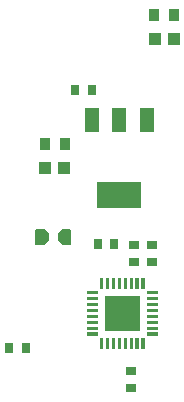
<source format=gtp>
G04 Layer: TopPasteMaskLayer*
G04 EasyEDA v6.5.34, 2023-09-11 23:55:01*
G04 0142af5b8bed46c8af125076436406b4,5a6b42c53f6a479593ecc07194224c93,10*
G04 Gerber Generator version 0.2*
G04 Scale: 100 percent, Rotated: No, Reflected: No *
G04 Dimensions in millimeters *
G04 leading zeros omitted , absolute positions ,4 integer and 5 decimal *
%FSLAX45Y45*%
%MOMM*%

%ADD10R,0.8000X0.9000*%
%ADD11R,0.8999X1.0000*%
%ADD12R,1.0000X1.1000*%
%ADD13R,3.8000X2.3000*%
%ADD14R,1.2000X2.0000*%
%ADD15R,0.9000X0.8000*%

%LPD*%
G36*
X3146044Y3764534D02*
G01*
X3136036Y3754526D01*
X3136036Y3636822D01*
X3146044Y3626865D01*
X3214776Y3626865D01*
X3253282Y3673652D01*
X3253282Y3717747D01*
X3214776Y3764534D01*
G37*
G36*
X3363823Y3764534D02*
G01*
X3325317Y3717747D01*
X3325317Y3673652D01*
X3363823Y3626865D01*
X3432556Y3626865D01*
X3442563Y3636822D01*
X3442563Y3754526D01*
X3432556Y3764534D01*
G37*
G36*
X3725519Y3196031D02*
G01*
X3725519Y2900019D01*
X4021531Y2900019D01*
X4021531Y3196031D01*
G37*
G36*
X3684473Y2837992D02*
G01*
X3684473Y2747975D01*
X3712464Y2747975D01*
X3712464Y2837992D01*
G37*
G36*
X3734511Y2837992D02*
G01*
X3734511Y2747975D01*
X3762501Y2747975D01*
X3762501Y2837992D01*
G37*
G36*
X3784549Y2837992D02*
G01*
X3784549Y2747975D01*
X3812540Y2747975D01*
X3812540Y2837992D01*
G37*
G36*
X3834587Y2837992D02*
G01*
X3834587Y2747975D01*
X3862578Y2747975D01*
X3862578Y2837992D01*
G37*
G36*
X3884371Y2837992D02*
G01*
X3884371Y2747975D01*
X3912362Y2747975D01*
X3912362Y2837992D01*
G37*
G36*
X3934409Y2837992D02*
G01*
X3934409Y2747975D01*
X3962400Y2747975D01*
X3962400Y2837992D01*
G37*
G36*
X3984447Y2837992D02*
G01*
X3984447Y2747975D01*
X4012437Y2747975D01*
X4012437Y2837992D01*
G37*
G36*
X4034485Y2837992D02*
G01*
X4034485Y2747975D01*
X4062476Y2747975D01*
X4062476Y2837992D01*
G37*
G36*
X4034485Y3348024D02*
G01*
X4034485Y3258007D01*
X4062476Y3258007D01*
X4062476Y3348024D01*
G37*
G36*
X3984447Y3348024D02*
G01*
X3984447Y3258007D01*
X4012437Y3258007D01*
X4012437Y3348024D01*
G37*
G36*
X3934409Y3348024D02*
G01*
X3934409Y3258007D01*
X3962400Y3258007D01*
X3962400Y3348024D01*
G37*
G36*
X3884371Y3348024D02*
G01*
X3884371Y3258007D01*
X3912362Y3258007D01*
X3912362Y3348024D01*
G37*
G36*
X3834587Y3348024D02*
G01*
X3834587Y3258007D01*
X3862578Y3258007D01*
X3862578Y3348024D01*
G37*
G36*
X3784549Y3348024D02*
G01*
X3784549Y3258007D01*
X3812540Y3258007D01*
X3812540Y3348024D01*
G37*
G36*
X3734511Y3348024D02*
G01*
X3734511Y3258007D01*
X3762501Y3258007D01*
X3762501Y3348024D01*
G37*
G36*
X3684473Y3348024D02*
G01*
X3684473Y3258007D01*
X3712464Y3258007D01*
X3712464Y3348024D01*
G37*
G36*
X4083507Y3236976D02*
G01*
X4083507Y3208985D01*
X4173474Y3208985D01*
X4173474Y3236976D01*
G37*
G36*
X4083507Y3186938D02*
G01*
X4083507Y3158947D01*
X4173474Y3158947D01*
X4173474Y3186938D01*
G37*
G36*
X4083507Y3136900D02*
G01*
X4083507Y3108909D01*
X4173474Y3108909D01*
X4173474Y3136900D01*
G37*
G36*
X4083507Y3086862D02*
G01*
X4083507Y3058871D01*
X4173474Y3058871D01*
X4173474Y3086862D01*
G37*
G36*
X4083507Y3037078D02*
G01*
X4083507Y3009087D01*
X4173474Y3009087D01*
X4173474Y3037078D01*
G37*
G36*
X4083507Y2987040D02*
G01*
X4083507Y2959049D01*
X4173474Y2959049D01*
X4173474Y2987040D01*
G37*
G36*
X4083507Y2937002D02*
G01*
X4083507Y2909011D01*
X4173474Y2909011D01*
X4173474Y2937002D01*
G37*
G36*
X4083507Y2886964D02*
G01*
X4083507Y2858973D01*
X4173474Y2858973D01*
X4173474Y2886964D01*
G37*
G36*
X3573475Y3236976D02*
G01*
X3573475Y3208985D01*
X3663442Y3208985D01*
X3663442Y3236976D01*
G37*
G36*
X3573475Y3186938D02*
G01*
X3573475Y3158947D01*
X3663442Y3158947D01*
X3663442Y3186938D01*
G37*
G36*
X3573475Y3136900D02*
G01*
X3573475Y3108909D01*
X3663442Y3108909D01*
X3663442Y3136900D01*
G37*
G36*
X3573475Y3086862D02*
G01*
X3573475Y3058871D01*
X3663442Y3058871D01*
X3663442Y3086862D01*
G37*
G36*
X3573475Y3037078D02*
G01*
X3573475Y3009087D01*
X3663442Y3009087D01*
X3663442Y3037078D01*
G37*
G36*
X3573475Y2987040D02*
G01*
X3573475Y2959049D01*
X3663442Y2959049D01*
X3663442Y2987040D01*
G37*
G36*
X3573475Y2937002D02*
G01*
X3573475Y2909011D01*
X3663442Y2909011D01*
X3663442Y2937002D01*
G37*
G36*
X3573475Y2886964D02*
G01*
X3573475Y2858973D01*
X3663442Y2858973D01*
X3663442Y2886964D01*
G37*
D10*
G01*
X3803794Y3632192D03*
G01*
X3663789Y3632192D03*
G01*
X2914489Y2755892D03*
G01*
X3054494Y2755892D03*
G01*
X3613294Y4940292D03*
G01*
X3473289Y4940292D03*
D11*
G01*
X3216978Y4483092D03*
G01*
X3386980Y4483092D03*
D12*
G01*
X3221982Y4279892D03*
G01*
X3381976Y4279892D03*
D13*
G01*
X3848092Y4051292D03*
D14*
G01*
X3848092Y4686292D03*
G01*
X3618095Y4686292D03*
G01*
X4078089Y4686292D03*
D15*
G01*
X3949692Y2559194D03*
G01*
X3949692Y2419189D03*
G01*
X4127492Y3485989D03*
G01*
X4127492Y3625994D03*
G01*
X3975092Y3485989D03*
G01*
X3975092Y3625994D03*
D11*
G01*
X4144078Y5575292D03*
G01*
X4314080Y5575292D03*
D12*
G01*
X4149082Y5372092D03*
G01*
X4309076Y5372092D03*
M02*

</source>
